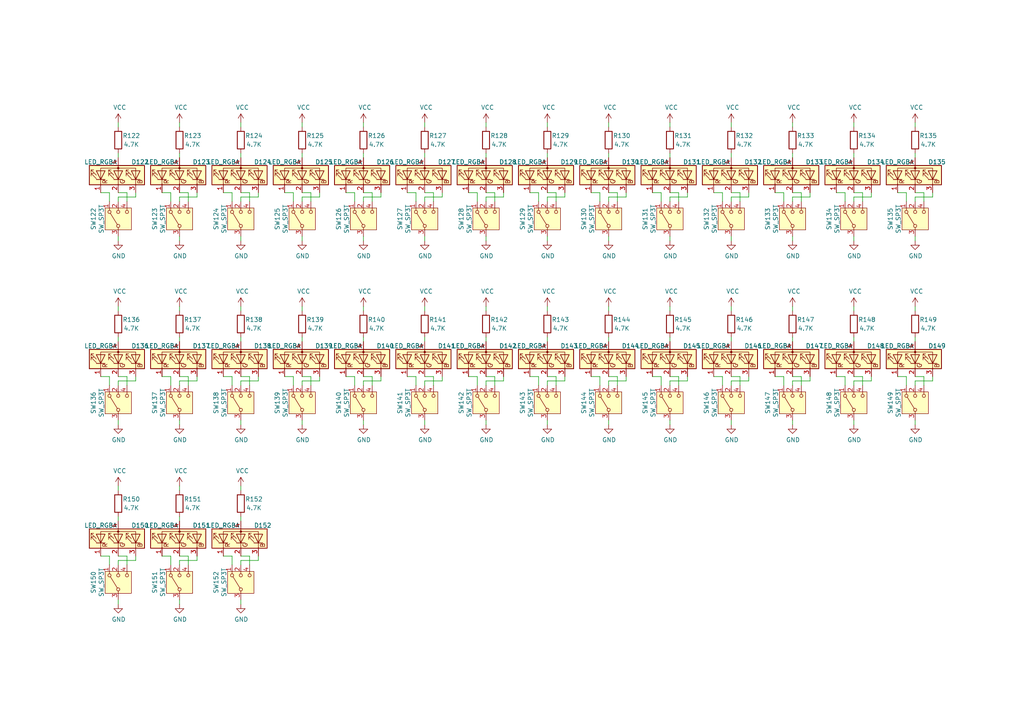
<source format=kicad_sch>
(kicad_sch (version 20231120) (generator "eeschema") (generator_version "8.0")
  (paper "A4")
  (lib_symbols
    (symbol "Device:R" (pin_numbers hide) (pin_names (offset 0))
      (property "Reference" "R" (at 2.032 0 90))
      (property "Value" "R" (at 0 0 90))
      (symbol "R_1_1"
        (pin passive line (at 0 3.81 270) (length 1.27) (name "~") (number "1"))
        (pin passive line (at 0 -3.81 90) (length 1.27) (name "~") (number "2"))
      )
    )
    (symbol "Switch:SW_SP3T" (pin_names (offset 0) hide)
      (property "Reference" "SW" (at 0 5.08 0))
      (property "Value" "SW_SP3T" (at 0 -5.08 0))
      (symbol "SW_SP3T_1_1"
        (pin passive line (at 5.08 2.54 180) (length 2.54) (name "1") (number "1"))
        (pin passive line (at 5.08 0 180) (length 2.54) (name "2") (number "2"))
        (pin passive line (at -5.08 0 0) (length 2.54) (name "3") (number "3"))
        (pin passive line (at 5.08 -2.54 180) (length 2.54) (name "4") (number "4"))
      )
    )
    (symbol "led_rgba:LED_RGBA" (pin_names (offset 0) hide)
      (property "Reference" "D" (at 0 9.398 0))
      (property "Value" "LED_RGBA" (at 0 -8.89 0))
      (symbol "LED_RGBA_0_0"
        (text "B" (at -1.905 -6.35 0) (effects (font (size 1.27 1.27))))
        (text "G" (at -1.905 -1.27 0) (effects (font (size 1.27 1.27))))
        (text "R" (at -1.905 3.81 0) (effects (font (size 1.27 1.27))))
      )
      (symbol "LED_RGBA_1_1"
        (pin passive line (at -5.08 5.08 0) (length 2.54) (name "RK") (number "1"))
        (pin passive line (at -5.08 0 0) (length 2.54) (name "GK") (number "2"))
        (pin passive line (at -5.08 -5.08 0) (length 2.54) (name "BK") (number "3"))
        (pin passive line (at 5.08 0 180) (length 2.54) (name "A") (number "4"))
      )
    )
    (symbol "motivational board-rescue:GND-power" (power) (pin_names (offset 0))
      (property "Value" "power_GND" (at 0 -3.81 0))
      (symbol "GND-power_1_1"
        (pin power_in line (at 0 0 270) (length 0) hide (name "GND") (number "1"))
      )
    )
    (symbol "motivational board-rescue:VCC-power" (power) (pin_names (offset 0))
      (property "Value" "power_VCC" (at 0 3.81 0))
      (symbol "VCC-power_1_1"
        (pin power_in line (at 0 0 90) (length 0) hide (name "VCC") (number "1"))
      )
    )
  )
  (wire (pts (xy 125.73 109.22) (xy 123.19 109.22)))
  (wire (pts (xy 52.07 110.49) (xy 57.15 110.49)))
  (wire (pts (xy 212.09 35.56) (xy 212.09 36.83)))
  (wire (pts (xy 140.97 58.42) (xy 140.97 57.15)))
  (wire (pts (xy 138.43 55.88) (xy 138.43 58.42)))
  (wire (pts (xy 140.97 57.15) (xy 146.05 57.15)))
  (wire (pts (xy 135.89 55.88) (xy 138.43 55.88)))
  (wire (pts (xy 39.37 162.56) (xy 39.37 161.29)))
  (wire (pts (xy 123.19 110.49) (xy 128.27 110.49)))
  (wire (pts (xy 135.89 109.22) (xy 138.43 109.22)))
  (wire (pts (xy 107.95 55.88) (xy 105.41 55.88)))
  (wire (pts (xy 229.87 57.15) (xy 234.95 57.15)))
  (wire (pts (xy 52.07 151.13) (xy 52.07 149.86)))
  (wire (pts (xy 102.87 55.88) (xy 102.87 58.42)))
  (wire (pts (xy 194.31 99.06) (xy 194.31 97.79)))
  (wire (pts (xy 265.43 57.15) (xy 270.51 57.15)))
  (wire (pts (xy 69.85 58.42) (xy 69.85 57.15)))
  (wire (pts (xy 52.07 45.72) (xy 52.07 44.45)))
  (wire (pts (xy 171.45 55.88) (xy 173.99 55.88)))
  (wire (pts (xy 52.07 57.15) (xy 57.15 57.15)))
  (wire (pts (xy 191.77 55.88) (xy 191.77 58.42)))
  (wire (pts (xy 52.07 99.06) (xy 52.07 97.79)))
  (wire (pts (xy 229.87 68.58) (xy 229.87 69.85)))
  (wire (pts (xy 212.09 99.06) (xy 212.09 97.79)))
  (wire (pts (xy 52.07 173.99) (xy 52.07 175.26)))
  (wire (pts (xy 67.31 55.88) (xy 67.31 58.42)))
  (wire (pts (xy 196.85 111.76) (xy 196.85 109.22)))
  (wire (pts (xy 158.75 58.42) (xy 158.75 57.15)))
  (wire (pts (xy 74.93 57.15) (xy 74.93 55.88)))
  (wire (pts (xy 207.01 109.22) (xy 209.55 109.22)))
  (wire (pts (xy 229.87 110.49) (xy 234.95 110.49)))
  (wire (pts (xy 189.23 55.88) (xy 191.77 55.88)))
  (wire (pts (xy 118.11 109.22) (xy 120.65 109.22)))
  (wire (pts (xy 105.41 45.72) (xy 105.41 44.45)))
  (wire (pts (xy 140.97 121.92) (xy 140.97 123.19)))
  (wire (pts (xy 161.29 58.42) (xy 161.29 55.88)))
  (wire (pts (xy 36.83 161.29) (xy 34.29 161.29)))
  (wire (pts (xy 214.63 111.76) (xy 214.63 109.22)))
  (wire (pts (xy 196.85 109.22) (xy 194.31 109.22)))
  (wire (pts (xy 100.33 109.22) (xy 102.87 109.22)))
  (wire (pts (xy 64.77 161.29) (xy 67.31 161.29)))
  (wire (pts (xy 87.63 88.9) (xy 87.63 90.17)))
  (wire (pts (xy 46.99 161.29) (xy 49.53 161.29)))
  (wire (pts (xy 196.85 55.88) (xy 194.31 55.88)))
  (wire (pts (xy 105.41 35.56) (xy 105.41 36.83)))
  (wire (pts (xy 194.31 68.58) (xy 194.31 69.85)))
  (wire (pts (xy 54.61 58.42) (xy 54.61 55.88)))
  (wire (pts (xy 247.65 45.72) (xy 247.65 44.45)))
  (wire (pts (xy 194.31 110.49) (xy 199.39 110.49)))
  (wire (pts (xy 82.55 55.88) (xy 85.09 55.88)))
  (wire (pts (xy 199.39 57.15) (xy 199.39 55.88)))
  (wire (pts (xy 229.87 111.76) (xy 229.87 110.49)))
  (wire (pts (xy 85.09 109.22) (xy 85.09 111.76)))
  (wire (pts (xy 161.29 55.88) (xy 158.75 55.88)))
  (wire (pts (xy 194.31 111.76) (xy 194.31 110.49)))
  (wire (pts (xy 34.29 163.83) (xy 34.29 162.56)))
  (wire (pts (xy 176.53 58.42) (xy 176.53 57.15)))
  (wire (pts (xy 194.31 88.9) (xy 194.31 90.17)))
  (wire (pts (xy 90.17 111.76) (xy 90.17 109.22)))
  (wire (pts (xy 123.19 121.92) (xy 123.19 123.19)))
  (wire (pts (xy 123.19 45.72) (xy 123.19 44.45)))
  (wire (pts (xy 74.93 110.49) (xy 74.93 109.22)))
  (wire (pts (xy 69.85 121.92) (xy 69.85 123.19)))
  (wire (pts (xy 224.79 55.88) (xy 227.33 55.88)))
  (wire (pts (xy 69.85 88.9) (xy 69.85 90.17)))
  (wire (pts (xy 123.19 99.06) (xy 123.19 97.79)))
  (wire (pts (xy 36.83 58.42) (xy 36.83 55.88)))
  (wire (pts (xy 69.85 57.15) (xy 74.93 57.15)))
  (wire (pts (xy 138.43 109.22) (xy 138.43 111.76)))
  (wire (pts (xy 39.37 110.49) (xy 39.37 109.22)))
  (wire (pts (xy 52.07 35.56) (xy 52.07 36.83)))
  (wire (pts (xy 105.41 121.92) (xy 105.41 123.19)))
  (wire (pts (xy 262.89 109.22) (xy 262.89 111.76)))
  (wire (pts (xy 207.01 55.88) (xy 209.55 55.88)))
  (wire (pts (xy 140.97 110.49) (xy 146.05 110.49)))
  (wire (pts (xy 82.55 109.22) (xy 85.09 109.22)))
  (wire (pts (xy 105.41 68.58) (xy 105.41 69.85)))
  (wire (pts (xy 49.53 55.88) (xy 49.53 58.42)))
  (wire (pts (xy 105.41 99.06) (xy 105.41 97.79)))
  (wire (pts (xy 158.75 57.15) (xy 163.83 57.15)))
  (wire (pts (xy 123.19 35.56) (xy 123.19 36.83)))
  (wire (pts (xy 146.05 57.15) (xy 146.05 55.88)))
  (wire (pts (xy 118.11 55.88) (xy 120.65 55.88)))
  (wire (pts (xy 176.53 99.06) (xy 176.53 97.79)))
  (wire (pts (xy 247.65 111.76) (xy 247.65 110.49)))
  (wire (pts (xy 143.51 58.42) (xy 143.51 55.88)))
  (wire (pts (xy 250.19 55.88) (xy 247.65 55.88)))
  (wire (pts (xy 52.07 58.42) (xy 52.07 57.15)))
  (wire (pts (xy 194.31 45.72) (xy 194.31 44.45)))
  (wire (pts (xy 140.97 35.56) (xy 140.97 36.83)))
  (wire (pts (xy 158.75 110.49) (xy 163.83 110.49)))
  (wire (pts (xy 252.73 57.15) (xy 252.73 55.88)))
  (wire (pts (xy 120.65 55.88) (xy 120.65 58.42)))
  (wire (pts (xy 29.21 109.22) (xy 31.75 109.22)))
  (wire (pts (xy 212.09 45.72) (xy 212.09 44.45)))
  (wire (pts (xy 90.17 55.88) (xy 87.63 55.88)))
  (wire (pts (xy 143.51 109.22) (xy 140.97 109.22)))
  (wire (pts (xy 140.97 99.06) (xy 140.97 97.79)))
  (wire (pts (xy 102.87 109.22) (xy 102.87 111.76)))
  (wire (pts (xy 173.99 109.22) (xy 173.99 111.76)))
  (wire (pts (xy 72.39 109.22) (xy 69.85 109.22)))
  (wire (pts (xy 72.39 111.76) (xy 72.39 109.22)))
  (wire (pts (xy 125.73 58.42) (xy 125.73 55.88)))
  (wire (pts (xy 181.61 57.15) (xy 181.61 55.88)))
  (wire (pts (xy 265.43 111.76) (xy 265.43 110.49)))
  (wire (pts (xy 224.79 109.22) (xy 227.33 109.22)))
  (wire (pts (xy 158.75 99.06) (xy 158.75 97.79)))
  (wire (pts (xy 105.41 88.9) (xy 105.41 90.17)))
  (wire (pts (xy 34.29 111.76) (xy 34.29 110.49)))
  (wire (pts (xy 67.31 161.29) (xy 67.31 163.83)))
  (wire (pts (xy 100.33 55.88) (xy 102.87 55.88)))
  (wire (pts (xy 57.15 110.49) (xy 57.15 109.22)))
  (wire (pts (xy 265.43 88.9) (xy 265.43 90.17)))
  (wire (pts (xy 158.75 68.58) (xy 158.75 69.85)))
  (wire (pts (xy 34.29 99.06) (xy 34.29 97.79)))
  (wire (pts (xy 229.87 88.9) (xy 229.87 90.17)))
  (wire (pts (xy 110.49 57.15) (xy 110.49 55.88)))
  (wire (pts (xy 69.85 140.97) (xy 69.85 142.24)))
  (wire (pts (xy 39.37 57.15) (xy 39.37 55.88)))
  (wire (pts (xy 270.51 57.15) (xy 270.51 55.88)))
  (wire (pts (xy 34.29 140.97) (xy 34.29 142.24)))
  (wire (pts (xy 260.35 109.22) (xy 262.89 109.22)))
  (wire (pts (xy 69.85 173.99) (xy 69.85 175.26)))
  (wire (pts (xy 227.33 55.88) (xy 227.33 58.42)))
  (wire (pts (xy 265.43 121.92) (xy 265.43 123.19)))
  (wire (pts (xy 212.09 111.76) (xy 212.09 110.49)))
  (wire (pts (xy 247.65 68.58) (xy 247.65 69.85)))
  (wire (pts (xy 54.61 55.88) (xy 52.07 55.88)))
  (wire (pts (xy 57.15 162.56) (xy 57.15 161.29)))
  (wire (pts (xy 74.93 162.56) (xy 74.93 161.29)))
  (wire (pts (xy 212.09 88.9) (xy 212.09 90.17)))
  (wire (pts (xy 85.09 55.88) (xy 85.09 58.42)))
  (wire (pts (xy 31.75 109.22) (xy 31.75 111.76)))
  (wire (pts (xy 161.29 109.22) (xy 158.75 109.22)))
  (wire (pts (xy 146.05 110.49) (xy 146.05 109.22)))
  (wire (pts (xy 247.65 99.06) (xy 247.65 97.79)))
  (wire (pts (xy 234.95 57.15) (xy 234.95 55.88)))
  (wire (pts (xy 212.09 121.92) (xy 212.09 123.19)))
  (wire (pts (xy 72.39 161.29) (xy 69.85 161.29)))
  (wire (pts (xy 209.55 55.88) (xy 209.55 58.42)))
  (wire (pts (xy 158.75 88.9) (xy 158.75 90.17)))
  (wire (pts (xy 250.19 109.22) (xy 247.65 109.22)))
  (wire (pts (xy 234.95 110.49) (xy 234.95 109.22)))
  (wire (pts (xy 227.33 109.22) (xy 227.33 111.76)))
  (wire (pts (xy 179.07 111.76) (xy 179.07 109.22)))
  (wire (pts (xy 34.29 45.72) (xy 34.29 44.45)))
  (wire (pts (xy 52.07 121.92) (xy 52.07 123.19)))
  (wire (pts (xy 232.41 109.22) (xy 229.87 109.22)))
  (wire (pts (xy 125.73 111.76) (xy 125.73 109.22)))
  (wire (pts (xy 270.51 110.49) (xy 270.51 109.22)))
  (wire (pts (xy 232.41 58.42) (xy 232.41 55.88)))
  (wire (pts (xy 34.29 35.56) (xy 34.29 36.83)))
  (wire (pts (xy 247.65 110.49) (xy 252.73 110.49)))
  (wire (pts (xy 171.45 109.22) (xy 173.99 109.22)))
  (wire (pts (xy 214.63 109.22) (xy 212.09 109.22)))
  (wire (pts (xy 128.27 110.49) (xy 128.27 109.22)))
  (wire (pts (xy 140.97 88.9) (xy 140.97 90.17)))
  (wire (pts (xy 156.21 55.88) (xy 156.21 58.42)))
  (wire (pts (xy 34.29 162.56) (xy 39.37 162.56)))
  (wire (pts (xy 87.63 121.92) (xy 87.63 123.19)))
  (wire (pts (xy 49.53 161.29) (xy 49.53 163.83)))
  (wire (pts (xy 194.31 35.56) (xy 194.31 36.83)))
  (wire (pts (xy 29.21 161.29) (xy 31.75 161.29)))
  (wire (pts (xy 87.63 58.42) (xy 87.63 57.15)))
  (wire (pts (xy 123.19 57.15) (xy 128.27 57.15)))
  (wire (pts (xy 176.53 121.92) (xy 176.53 123.19)))
  (wire (pts (xy 179.07 109.22) (xy 176.53 109.22)))
  (wire (pts (xy 123.19 58.42) (xy 123.19 57.15)))
  (wire (pts (xy 265.43 58.42) (xy 265.43 57.15)))
  (wire (pts (xy 194.31 58.42) (xy 194.31 57.15)))
  (wire (pts (xy 267.97 111.76) (xy 267.97 109.22)))
  (wire (pts (xy 49.53 109.22) (xy 49.53 111.76)))
  (wire (pts (xy 217.17 57.15) (xy 217.17 55.88)))
  (wire (pts (xy 69.85 45.72) (xy 69.85 44.45)))
  (wire (pts (xy 69.85 99.06) (xy 69.85 97.79)))
  (wire (pts (xy 36.83 163.83) (xy 36.83 161.29)))
  (wire (pts (xy 34.29 121.92) (xy 34.29 123.19)))
  (wire (pts (xy 265.43 35.56) (xy 265.43 36.83)))
  (wire (pts (xy 54.61 111.76) (xy 54.61 109.22)))
  (wire (pts (xy 36.83 109.22) (xy 34.29 109.22)))
  (wire (pts (xy 105.41 110.49) (xy 110.49 110.49)))
  (wire (pts (xy 247.65 35.56) (xy 247.65 36.83)))
  (wire (pts (xy 163.83 57.15) (xy 163.83 55.88)))
  (wire (pts (xy 265.43 99.06) (xy 265.43 97.79)))
  (wire (pts (xy 267.97 109.22) (xy 265.43 109.22)))
  (wire (pts (xy 105.41 58.42) (xy 105.41 57.15)))
  (wire (pts (xy 176.53 35.56) (xy 176.53 36.83)))
  (wire (pts (xy 194.31 121.92) (xy 194.31 123.19)))
  (wire (pts (xy 46.99 109.22) (xy 49.53 109.22)))
  (wire (pts (xy 69.85 163.83) (xy 69.85 162.56)))
  (wire (pts (xy 173.99 55.88) (xy 173.99 58.42)))
  (wire (pts (xy 212.09 110.49) (xy 217.17 110.49)))
  (wire (pts (xy 229.87 35.56) (xy 229.87 36.83)))
  (wire (pts (xy 72.39 55.88) (xy 69.85 55.88)))
  (wire (pts (xy 31.75 161.29) (xy 31.75 163.83)))
  (wire (pts (xy 214.63 55.88) (xy 212.09 55.88)))
  (wire (pts (xy 54.61 161.29) (xy 52.07 161.29)))
  (wire (pts (xy 189.23 109.22) (xy 191.77 109.22)))
  (wire (pts (xy 52.07 140.97) (xy 52.07 142.24)))
  (wire (pts (xy 179.07 58.42) (xy 179.07 55.88)))
  (wire (pts (xy 158.75 35.56) (xy 158.75 36.83)))
  (wire (pts (xy 260.35 55.88) (xy 262.89 55.88)))
  (wire (pts (xy 176.53 88.9) (xy 176.53 90.17)))
  (wire (pts (xy 52.07 163.83) (xy 52.07 162.56)))
  (wire (pts (xy 69.85 68.58) (xy 69.85 69.85)))
  (wire (pts (xy 107.95 111.76) (xy 107.95 109.22)))
  (wire (pts (xy 36.83 55.88) (xy 34.29 55.88)))
  (wire (pts (xy 232.41 111.76) (xy 232.41 109.22)))
  (wire (pts (xy 212.09 58.42) (xy 212.09 57.15)))
  (wire (pts (xy 64.77 109.22) (xy 67.31 109.22)))
  (wire (pts (xy 69.85 162.56) (xy 74.93 162.56)))
  (wire (pts (xy 123.19 68.58) (xy 123.19 69.85)))
  (wire (pts (xy 92.71 110.49) (xy 92.71 109.22)))
  (wire (pts (xy 247.65 58.42) (xy 247.65 57.15)))
  (wire (pts (xy 158.75 121.92) (xy 158.75 123.19)))
  (wire (pts (xy 265.43 45.72) (xy 265.43 44.45)))
  (wire (pts (xy 72.39 58.42) (xy 72.39 55.88)))
  (wire (pts (xy 176.53 57.15) (xy 181.61 57.15)))
  (wire (pts (xy 120.65 109.22) (xy 120.65 111.76)))
  (wire (pts (xy 250.19 111.76) (xy 250.19 109.22)))
  (wire (pts (xy 153.67 55.88) (xy 156.21 55.88)))
  (wire (pts (xy 194.31 57.15) (xy 199.39 57.15)))
  (wire (pts (xy 107.95 109.22) (xy 105.41 109.22)))
  (wire (pts (xy 242.57 109.22) (xy 245.11 109.22)))
  (wire (pts (xy 140.97 111.76) (xy 140.97 110.49)))
  (wire (pts (xy 52.07 162.56) (xy 57.15 162.56)))
  (wire (pts (xy 143.51 111.76) (xy 143.51 109.22)))
  (wire (pts (xy 176.53 68.58) (xy 176.53 69.85)))
  (wire (pts (xy 245.11 55.88) (xy 245.11 58.42)))
  (wire (pts (xy 217.17 110.49) (xy 217.17 109.22)))
  (wire (pts (xy 229.87 45.72) (xy 229.87 44.45)))
  (wire (pts (xy 29.21 55.88) (xy 31.75 55.88)))
  (wire (pts (xy 265.43 110.49) (xy 270.51 110.49)))
  (wire (pts (xy 105.41 57.15) (xy 110.49 57.15)))
  (wire (pts (xy 153.67 109.22) (xy 156.21 109.22)))
  (wire (pts (xy 143.51 55.88) (xy 140.97 55.88)))
  (wire (pts (xy 123.19 88.9) (xy 123.19 90.17)))
  (wire (pts (xy 52.07 88.9) (xy 52.07 90.17)))
  (wire (pts (xy 123.19 111.76) (xy 123.19 110.49)))
  (wire (pts (xy 247.65 88.9) (xy 247.65 90.17)))
  (wire (pts (xy 209.55 109.22) (xy 209.55 111.76)))
  (wire (pts (xy 229.87 58.42) (xy 229.87 57.15)))
  (wire (pts (xy 232.41 55.88) (xy 229.87 55.88)))
  (wire (pts (xy 92.71 57.15) (xy 92.71 55.88)))
  (wire (pts (xy 176.53 45.72) (xy 176.53 44.45)))
  (wire (pts (xy 34.29 88.9) (xy 34.29 90.17)))
  (wire (pts (xy 87.63 68.58) (xy 87.63 69.85)))
  (wire (pts (xy 158.75 111.76) (xy 158.75 110.49)))
  (wire (pts (xy 179.07 55.88) (xy 176.53 55.88)))
  (wire (pts (xy 247.65 57.15) (xy 252.73 57.15)))
  (wire (pts (xy 199.39 110.49) (xy 199.39 109.22)))
  (wire (pts (xy 90.17 58.42) (xy 90.17 55.88)))
  (wire (pts (xy 87.63 111.76) (xy 87.63 110.49)))
  (wire (pts (xy 69.85 35.56) (xy 69.85 36.83)))
  (wire (pts (xy 34.29 58.42) (xy 34.29 57.15)))
  (wire (pts (xy 161.29 111.76) (xy 161.29 109.22)))
  (wire (pts (xy 69.85 111.76) (xy 69.85 110.49)))
  (wire (pts (xy 34.29 110.49) (xy 39.37 110.49)))
  (wire (pts (xy 140.97 68.58) (xy 140.97 69.85)))
  (wire (pts (xy 191.77 109.22) (xy 191.77 111.76)))
  (wire (pts (xy 34.29 57.15) (xy 39.37 57.15)))
  (wire (pts (xy 212.09 57.15) (xy 217.17 57.15)))
  (wire (pts (xy 267.97 58.42) (xy 267.97 55.88)))
  (wire (pts (xy 158.75 45.72) (xy 158.75 44.45)))
  (wire (pts (xy 31.75 55.88) (xy 31.75 58.42)))
  (wire (pts (xy 212.09 68.58) (xy 212.09 69.85)))
  (wire (pts (xy 72.39 163.83) (xy 72.39 161.29)))
  (wire (pts (xy 110.49 110.49) (xy 110.49 109.22)))
  (wire (pts (xy 34.29 68.58) (xy 34.29 69.85)))
  (wire (pts (xy 214.63 58.42) (xy 214.63 55.88)))
  (wire (pts (xy 250.19 58.42) (xy 250.19 55.88)))
  (wire (pts (xy 176.53 111.76) (xy 176.53 110.49)))
  (wire (pts (xy 128.27 57.15) (xy 128.27 55.88)))
  (wire (pts (xy 229.87 99.06) (xy 229.87 97.79)))
  (wire (pts (xy 52.07 111.76) (xy 52.07 110.49)))
  (wire (pts (xy 229.87 121.92) (xy 229.87 123.19)))
  (wire (pts (xy 69.85 110.49) (xy 74.93 110.49)))
  (wire (pts (xy 57.15 57.15) (xy 57.15 55.88)))
  (wire (pts (xy 36.83 111.76) (xy 36.83 109.22)))
  (wire (pts (xy 196.85 58.42) (xy 196.85 55.88)))
  (wire (pts (xy 46.99 55.88) (xy 49.53 55.88)))
  (wire (pts (xy 90.17 109.22) (xy 87.63 109.22)))
  (wire (pts (xy 87.63 99.06) (xy 87.63 97.79)))
  (wire (pts (xy 34.29 173.99) (xy 34.29 175.26)))
  (wire (pts (xy 181.61 110.49) (xy 181.61 109.22)))
  (wire (pts (xy 265.43 68.58) (xy 265.43 69.85)))
  (wire (pts (xy 105.41 111.76) (xy 105.41 110.49)))
  (wire (pts (xy 242.57 55.88) (xy 245.11 55.88)))
  (wire (pts (xy 245.11 109.22) (xy 245.11 111.76)))
  (wire (pts (xy 64.77 55.88) (xy 67.31 55.88)))
  (wire (pts (xy 69.85 151.13) (xy 69.85 149.86)))
  (wire (pts (xy 163.83 110.49) (xy 163.83 109.22)))
  (wire (pts (xy 262.89 55.88) (xy 262.89 58.42)))
  (wire (pts (xy 156.21 109.22) (xy 156.21 111.76)))
  (wire (pts (xy 52.07 68.58) (xy 52.07 69.85)))
  (wire (pts (xy 34.29 151.13) (xy 34.29 149.86)))
  (wire (pts (xy 87.63 45.72) (xy 87.63 44.45)))
  (wire (pts (xy 107.95 58.42) (xy 107.95 55.88)))
  (wire (pts (xy 267.97 55.88) (xy 265.43 55.88)))
  (wire (pts (xy 140.97 45.72) (xy 140.97 44.45)))
  (wire (pts (xy 87.63 110.49) (xy 92.71 110.49)))
  (wire (pts (xy 247.65 121.92) (xy 247.65 123.19)))
  (wire (pts (xy 125.73 55.88) (xy 123.19 55.88)))
  (wire (pts (xy 87.63 35.56) (xy 87.63 36.83)))
  (wire (pts (xy 252.73 110.49) (xy 252.73 109.22)))
  (wire (pts (xy 67.31 109.22) (xy 67.31 111.76)))
  (wire (pts (xy 87.63 57.15) (xy 92.71 57.15)))
  (wire (pts (xy 176.53 110.49) (xy 181.61 110.49)))
  (wire (pts (xy 54.61 109.22) (xy 52.07 109.22)))
  (wire (pts (xy 54.61 163.83) (xy 54.61 161.29)))
  (symbol (lib_id "Switch:SW_SP3T") (at 52.07 63.5 90) (unit 1)
    (property "Reference" "SW123" (at 44.8818 63.5 0))
    (property "Value" "SW_SP3T" (at 47.1932 63.5 0))
    (property "Footprint" "Button_Switch_THT-extra:SS13D07G4" (effects (hide yes)))
  )
  (symbol (lib_id "motivational board-rescue:GND-power") (at 265.43 69.85 0) (unit 1)
    (property "Reference" "#PWR0272" (effects (hide yes)))
    (property "Value" "GND" (at 265.557 74.2442 0))
  )
  (symbol (lib_id "Device:R") (at 69.85 93.98 0) (unit 1)
    (property "Reference" "R138" (at 73.66 92.71 0))
    (property "Value" "4.7K" (at 73.66 95.25 0))
    (property "Footprint" "Resistors_SMD:R_0805_HandSoldering" (effects (hide yes)))
  )
  (symbol (lib_id "motivational board-rescue:GND-power") (at 87.63 123.19 0) (unit 1)
    (property "Reference" "#PWR0290" (effects (hide yes)))
    (property "Value" "GND" (at 87.757 127.5842 0))
  )
  (symbol (lib_id "Switch:SW_SP3T") (at 105.41 116.84 90) (unit 1)
    (property "Reference" "SW140" (at 98.2218 116.84 0))
    (property "Value" "SW_SP3T" (at 100.5332 116.84 0))
    (property "Footprint" "Button_Switch_THT-extra:SS13D07G4" (effects (hide yes)))
  )
  (symbol (lib_id "led_rgba:LED_RGBA") (at 140.97 104.14 90) (unit 1)
    (property "Reference" "D142" (at 147.32 100.33 90))
    (property "Value" "LED_RGBA" (at 135.89 100.33 90))
    (property "Footprint" "LED_SMD-extra:LED_RGB_3528" (effects (hide yes)))
  )
  (symbol (lib_id "motivational board-rescue:VCC-power") (at 140.97 88.9 0) (unit 1)
    (property "Reference" "#PWR0279" (effects (hide yes)))
    (property "Value" "VCC" (at 141.4018 84.5058 0))
  )
  (symbol (lib_id "motivational board-rescue:GND-power") (at 247.65 123.19 0) (unit 1)
    (property "Reference" "#PWR0299" (effects (hide yes)))
    (property "Value" "GND" (at 247.777 127.5842 0))
  )
  (symbol (lib_id "Switch:SW_SP3T") (at 34.29 168.91 90) (unit 1)
    (property "Reference" "SW150" (at 27.1018 168.91 0))
    (property "Value" "SW_SP3T" (at 29.4132 168.91 0))
    (property "Footprint" "Button_Switch_THT-extra:SS13D07G4" (effects (hide yes)))
  )
  (symbol (lib_id "Device:R") (at 34.29 146.05 0) (unit 1)
    (property "Reference" "R150" (at 38.1 144.78 0))
    (property "Value" "4.7K" (at 38.1 147.32 0))
    (property "Footprint" "Resistors_SMD:R_0805_HandSoldering" (effects (hide yes)))
  )
  (symbol (lib_id "Switch:SW_SP3T") (at 34.29 63.5 90) (unit 1)
    (property "Reference" "SW122" (at 27.1018 63.5 0))
    (property "Value" "SW_SP3T" (at 29.4132 63.5 0))
    (property "Footprint" "Button_Switch_THT-extra:SS13D07G4" (effects (hide yes)))
  )
  (symbol (lib_id "led_rgba:LED_RGBA") (at 34.29 50.8 90) (unit 1)
    (property "Reference" "D122" (at 40.64 46.99 90))
    (property "Value" "LED_RGBA" (at 29.21 46.99 90))
    (property "Footprint" "LED_SMD-extra:LED_RGB_3528" (effects (hide yes)))
  )
  (symbol (lib_id "Device:R") (at 34.29 40.64 0) (unit 1)
    (property "Reference" "R122" (at 38.1 39.37 0))
    (property "Value" "4.7K" (at 38.1 41.91 0))
    (property "Footprint" "Resistors_SMD:R_0805_HandSoldering" (effects (hide yes)))
  )
  (symbol (lib_id "motivational board-rescue:VCC-power") (at 34.29 35.56 0) (unit 1)
    (property "Reference" "#PWR0245" (effects (hide yes)))
    (property "Value" "VCC" (at 34.7218 31.1658 0))
  )
  (symbol (lib_id "motivational board-rescue:GND-power") (at 34.29 69.85 0) (unit 1)
    (property "Reference" "#PWR0259" (effects (hide yes)))
    (property "Value" "GND" (at 34.417 74.2442 0))
  )
  (symbol (lib_id "led_rgba:LED_RGBA") (at 52.07 50.8 90) (unit 1)
    (property "Reference" "D123" (at 58.42 46.99 90))
    (property "Value" "LED_RGBA" (at 46.99 46.99 90))
    (property "Footprint" "LED_SMD-extra:LED_RGB_3528" (effects (hide yes)))
  )
  (symbol (lib_id "Device:R") (at 52.07 40.64 0) (unit 1)
    (property "Reference" "R123" (at 55.88 39.37 0))
    (property "Value" "4.7K" (at 55.88 41.91 0))
    (property "Footprint" "Resistors_SMD:R_0805_HandSoldering" (effects (hide yes)))
  )
  (symbol (lib_id "motivational board-rescue:VCC-power") (at 52.07 35.56 0) (unit 1)
    (property "Reference" "#PWR0246" (effects (hide yes)))
    (property "Value" "VCC" (at 52.5018 31.1658 0))
  )
  (symbol (lib_id "motivational board-rescue:GND-power") (at 52.07 69.85 0) (unit 1)
    (property "Reference" "#PWR0260" (effects (hide yes)))
    (property "Value" "GND" (at 52.197 74.2442 0))
  )
  (symbol (lib_id "Switch:SW_SP3T") (at 69.85 63.5 90) (unit 1)
    (property "Reference" "SW124" (at 62.6618 63.5 0))
    (property "Value" "SW_SP3T" (at 64.9732 63.5 0))
    (property "Footprint" "Button_Switch_THT-extra:SS13D07G4" (effects (hide yes)))
  )
  (symbol (lib_id "led_rgba:LED_RGBA") (at 69.85 50.8 90) (unit 1)
    (property "Reference" "D124" (at 76.2 46.99 90))
    (property "Value" "LED_RGBA" (at 64.77 46.99 90))
    (property "Footprint" "LED_SMD-extra:LED_RGB_3528" (effects (hide yes)))
  )
  (symbol (lib_id "Device:R") (at 69.85 40.64 0) (unit 1)
    (property "Reference" "R124" (at 73.66 39.37 0))
    (property "Value" "4.7K" (at 73.66 41.91 0))
    (property "Footprint" "Resistors_SMD:R_0805_HandSoldering" (effects (hide yes)))
  )
  (symbol (lib_id "motivational board-rescue:VCC-power") (at 69.85 35.56 0) (unit 1)
    (property "Reference" "#PWR0247" (effects (hide yes)))
    (property "Value" "VCC" (at 70.2818 31.1658 0))
  )
  (symbol (lib_id "motivational board-rescue:GND-power") (at 69.85 69.85 0) (unit 1)
    (property "Reference" "#PWR0261" (effects (hide yes)))
    (property "Value" "GND" (at 69.977 74.2442 0))
  )
  (symbol (lib_id "Switch:SW_SP3T") (at 87.63 63.5 90) (unit 1)
    (property "Reference" "SW125" (at 80.4418 63.5 0))
    (property "Value" "SW_SP3T" (at 82.7532 63.5 0))
    (property "Footprint" "Button_Switch_THT-extra:SS13D07G4" (effects (hide yes)))
  )
  (symbol (lib_id "led_rgba:LED_RGBA") (at 87.63 50.8 90) (unit 1)
    (property "Reference" "D125" (at 93.98 46.99 90))
    (property "Value" "LED_RGBA" (at 82.55 46.99 90))
    (property "Footprint" "LED_SMD-extra:LED_RGB_3528" (effects (hide yes)))
  )
  (symbol (lib_id "Device:R") (at 87.63 40.64 0) (unit 1)
    (property "Reference" "R125" (at 91.44 39.37 0))
    (property "Value" "4.7K" (at 91.44 41.91 0))
    (property "Footprint" "Resistors_SMD:R_0805_HandSoldering" (effects (hide yes)))
  )
  (symbol (lib_id "motivational board-rescue:VCC-power") (at 87.63 35.56 0) (unit 1)
    (property "Reference" "#PWR0248" (effects (hide yes)))
    (property "Value" "VCC" (at 88.0618 31.1658 0))
  )
  (symbol (lib_id "motivational board-rescue:GND-power") (at 87.63 69.85 0) (unit 1)
    (property "Reference" "#PWR0262" (effects (hide yes)))
    (property "Value" "GND" (at 87.757 74.2442 0))
  )
  (symbol (lib_id "Switch:SW_SP3T") (at 105.41 63.5 90) (unit 1)
    (property "Reference" "SW126" (at 98.2218 63.5 0))
    (property "Value" "SW_SP3T" (at 100.5332 63.5 0))
    (property "Footprint" "Button_Switch_THT-extra:SS13D07G4" (effects (hide yes)))
  )
  (symbol (lib_id "led_rgba:LED_RGBA") (at 105.41 50.8 90) (unit 1)
    (property "Reference" "D126" (at 111.76 46.99 90))
    (property "Value" "LED_RGBA" (at 100.33 46.99 90))
    (property "Footprint" "LED_SMD-extra:LED_RGB_3528" (effects (hide yes)))
  )
  (symbol (lib_id "Device:R") (at 105.41 40.64 0) (unit 1)
    (property "Reference" "R126" (at 109.22 39.37 0))
    (property "Value" "4.7K" (at 109.22 41.91 0))
    (property "Footprint" "Resistors_SMD:R_0805_HandSoldering" (effects (hide yes)))
  )
  (symbol (lib_id "motivational board-rescue:VCC-power") (at 105.41 35.56 0) (unit 1)
    (property "Reference" "#PWR0249" (effects (hide yes)))
    (property "Value" "VCC" (at 105.8418 31.1658 0))
  )
  (symbol (lib_id "motivational board-rescue:GND-power") (at 105.41 69.85 0) (unit 1)
    (property "Reference" "#PWR0263" (effects (hide yes)))
    (property "Value" "GND" (at 105.537 74.2442 0))
  )
  (symbol (lib_id "Switch:SW_SP3T") (at 123.19 63.5 90) (unit 1)
    (property "Reference" "SW127" (at 116.0018 63.5 0))
    (property "Value" "SW_SP3T" (at 118.3132 63.5 0))
    (property "Footprint" "Button_Switch_THT-extra:SS13D07G4" (effects (hide yes)))
  )
  (symbol (lib_id "led_rgba:LED_RGBA") (at 123.19 50.8 90) (unit 1)
    (property "Reference" "D127" (at 129.54 46.99 90))
    (property "Value" "LED_RGBA" (at 118.11 46.99 90))
    (property "Footprint" "LED_SMD-extra:LED_RGB_3528" (effects (hide yes)))
  )
  (symbol (lib_id "Device:R") (at 123.19 40.64 0) (unit 1)
    (property "Reference" "R127" (at 127 39.37 0))
    (property "Value" "4.7K" (at 127 41.91 0))
    (property "Footprint" "Resistors_SMD:R_0805_HandSoldering" (effects (hide yes)))
  )
  (symbol (lib_id "motivational board-rescue:VCC-power") (at 123.19 35.56 0) (unit 1)
    (property "Reference" "#PWR0250" (effects (hide yes)))
    (property "Value" "VCC" (at 123.6218 31.1658 0))
  )
  (symbol (lib_id "motivational board-rescue:GND-power") (at 123.19 69.85 0) (unit 1)
    (property "Reference" "#PWR0264" (effects (hide yes)))
    (property "Value" "GND" (at 123.317 74.2442 0))
  )
  (symbol (lib_id "Switch:SW_SP3T") (at 140.97 63.5 90) (unit 1)
    (property "Reference" "SW128" (at 133.7818 63.5 0))
    (property "Value" "SW_SP3T" (at 136.0932 63.5 0))
    (property "Footprint" "Button_Switch_THT-extra:SS13D07G4" (effects (hide yes)))
  )
  (symbol (lib_id "led_rgba:LED_RGBA") (at 140.97 50.8 90) (unit 1)
    (property "Reference" "D128" (at 147.32 46.99 90))
    (property "Value" "LED_RGBA" (at 135.89 46.99 90))
    (property "Footprint" "LED_SMD-extra:LED_RGB_3528" (effects (hide yes)))
  )
  (symbol (lib_id "Device:R") (at 140.97 40.64 0) (unit 1)
    (property "Reference" "R128" (at 144.78 39.37 0))
    (property "Value" "4.7K" (at 144.78 41.91 0))
    (property "Footprint" "Resistors_SMD:R_0805_HandSoldering" (effects (hide yes)))
  )
  (symbol (lib_id "motivational board-rescue:VCC-power") (at 140.97 35.56 0) (unit 1)
    (property "Reference" "#PWR0251" (effects (hide yes)))
    (property "Value" "VCC" (at 141.4018 31.1658 0))
  )
  (symbol (lib_id "motivational board-rescue:GND-power") (at 140.97 69.85 0) (unit 1)
    (property "Reference" "#PWR0265" (effects (hide yes)))
    (property "Value" "GND" (at 141.097 74.2442 0))
  )
  (symbol (lib_id "Switch:SW_SP3T") (at 158.75 63.5 90) (unit 1)
    (property "Reference" "SW129" (at 151.5618 63.5 0))
    (property "Value" "SW_SP3T" (at 153.8732 63.5 0))
    (property "Footprint" "Button_Switch_THT-extra:SS13D07G4" (effects (hide yes)))
  )
  (symbol (lib_id "led_rgba:LED_RGBA") (at 158.75 50.8 90) (unit 1)
    (property "Reference" "D129" (at 165.1 46.99 90))
    (property "Value" "LED_RGBA" (at 153.67 46.99 90))
    (property "Footprint" "LED_SMD-extra:LED_RGB_3528" (effects (hide yes)))
  )
  (symbol (lib_id "Device:R") (at 158.75 40.64 0) (unit 1)
    (property "Reference" "R129" (at 162.56 39.37 0))
    (property "Value" "4.7K" (at 162.56 41.91 0))
    (property "Footprint" "Resistors_SMD:R_0805_HandSoldering" (effects (hide yes)))
  )
  (symbol (lib_id "motivational board-rescue:VCC-power") (at 158.75 35.56 0) (unit 1)
    (property "Reference" "#PWR0252" (effects (hide yes)))
    (property "Value" "VCC" (at 159.1818 31.1658 0))
  )
  (symbol (lib_id "motivational board-rescue:GND-power") (at 158.75 69.85 0) (unit 1)
    (property "Reference" "#PWR0266" (effects (hide yes)))
    (property "Value" "GND" (at 158.877 74.2442 0))
  )
  (symbol (lib_id "Switch:SW_SP3T") (at 176.53 63.5 90) (unit 1)
    (property "Reference" "SW130" (at 169.3418 63.5 0))
    (property "Value" "SW_SP3T" (at 171.6532 63.5 0))
    (property "Footprint" "Button_Switch_THT-extra:SS13D07G4" (effects (hide yes)))
  )
  (symbol (lib_id "led_rgba:LED_RGBA") (at 176.53 50.8 90) (unit 1)
    (property "Reference" "D130" (at 182.88 46.99 90))
    (property "Value" "LED_RGBA" (at 171.45 46.99 90))
    (property "Footprint" "LED_SMD-extra:LED_RGB_3528" (effects (hide yes)))
  )
  (symbol (lib_id "Device:R") (at 176.53 40.64 0) (unit 1)
    (property "Reference" "R130" (at 180.34 39.37 0))
    (property "Value" "4.7K" (at 180.34 41.91 0))
    (property "Footprint" "Resistors_SMD:R_0805_HandSoldering" (effects (hide yes)))
  )
  (symbol (lib_id "motivational board-rescue:VCC-power") (at 176.53 35.56 0) (unit 1)
    (property "Reference" "#PWR0253" (effects (hide yes)))
    (property "Value" "VCC" (at 176.9618 31.1658 0))
  )
  (symbol (lib_id "motivational board-rescue:GND-power") (at 176.53 69.85 0) (unit 1)
    (property "Reference" "#PWR0267" (effects (hide yes)))
    (property "Value" "GND" (at 176.657 74.2442 0))
  )
  (symbol (lib_id "Switch:SW_SP3T") (at 194.31 63.5 90) (unit 1)
    (property "Reference" "SW131" (at 187.1218 63.5 0))
    (property "Value" "SW_SP3T" (at 189.4332 63.5 0))
    (property "Footprint" "Button_Switch_THT-extra:SS13D07G4" (effects (hide yes)))
  )
  (symbol (lib_id "led_rgba:LED_RGBA") (at 194.31 50.8 90) (unit 1)
    (property "Reference" "D131" (at 200.66 46.99 90))
    (property "Value" "LED_RGBA" (at 189.23 46.99 90))
    (property "Footprint" "LED_SMD-extra:LED_RGB_3528" (effects (hide yes)))
  )
  (symbol (lib_id "Device:R") (at 194.31 40.64 0) (unit 1)
    (property "Reference" "R131" (at 198.12 39.37 0))
    (property "Value" "4.7K" (at 198.12 41.91 0))
    (property "Footprint" "Resistors_SMD:R_0805_HandSoldering" (effects (hide yes)))
  )
  (symbol (lib_id "motivational board-rescue:VCC-power") (at 194.31 35.56 0) (unit 1)
    (property "Reference" "#PWR0254" (effects (hide yes)))
    (property "Value" "VCC" (at 194.7418 31.1658 0))
  )
  (symbol (lib_id "motivational board-rescue:GND-power") (at 194.31 69.85 0) (unit 1)
    (property "Reference" "#PWR0268" (effects (hide yes)))
    (property "Value" "GND" (at 194.437 74.2442 0))
  )
  (symbol (lib_id "Switch:SW_SP3T") (at 212.09 63.5 90) (unit 1)
    (property "Reference" "SW132" (at 204.9018 63.5 0))
    (property "Value" "SW_SP3T" (at 207.2132 63.5 0))
    (property "Footprint" "Button_Switch_THT-extra:SS13D07G4" (effects (hide yes)))
  )
  (symbol (lib_id "led_rgba:LED_RGBA") (at 212.09 50.8 90) (unit 1)
    (property "Reference" "D132" (at 218.44 46.99 90))
    (property "Value" "LED_RGBA" (at 207.01 46.99 90))
    (property "Footprint" "LED_SMD-extra:LED_RGB_3528" (effects (hide yes)))
  )
  (symbol (lib_id "Device:R") (at 212.09 40.64 0) (unit 1)
    (property "Reference" "R132" (at 215.9 39.37 0))
    (property "Value" "4.7K" (at 215.9 41.91 0))
    (property "Footprint" "Resistors_SMD:R_0805_HandSoldering" (effects (hide yes)))
  )
  (symbol (lib_id "motivational board-rescue:VCC-power") (at 212.09 35.56 0) (unit 1)
    (property "Reference" "#PWR0255" (effects (hide yes)))
    (property "Value" "VCC" (at 212.5218 31.1658 0))
  )
  (symbol (lib_id "motivational board-rescue:GND-power") (at 212.09 69.85 0) (unit 1)
    (property "Reference" "#PWR0269" (effects (hide yes)))
    (property "Value" "GND" (at 212.217 74.2442 0))
  )
  (symbol (lib_id "Switch:SW_SP3T") (at 229.87 63.5 90) (unit 1)
    (property "Reference" "SW133" (at 222.6818 63.5 0))
    (property "Value" "SW_SP3T" (at 224.9932 63.5 0))
    (property "Footprint" "Button_Switch_THT-extra:SS13D07G4" (effects (hide yes)))
  )
  (symbol (lib_id "led_rgba:LED_RGBA") (at 229.87 50.8 90) (unit 1)
    (property "Reference" "D133" (at 236.22 46.99 90))
    (property "Value" "LED_RGBA" (at 224.79 46.99 90))
    (property "Footprint" "LED_SMD-extra:LED_RGB_3528" (effects (hide yes)))
  )
  (symbol (lib_id "Device:R") (at 229.87 40.64 0) (unit 1)
    (property "Reference" "R133" (at 233.68 39.37 0))
    (property "Value" "4.7K" (at 233.68 41.91 0))
    (property "Footprint" "Resistors_SMD:R_0805_HandSoldering" (effects (hide yes)))
  )
  (symbol (lib_id "motivational board-rescue:VCC-power") (at 229.87 35.56 0) (unit 1)
    (property "Reference" "#PWR0256" (effects (hide yes)))
    (property "Value" "VCC" (at 230.3018 31.1658 0))
  )
  (symbol (lib_id "motivational board-rescue:GND-power") (at 229.87 69.85 0) (unit 1)
    (property "Reference" "#PWR0270" (effects (hide yes)))
    (property "Value" "GND" (at 229.997 74.2442 0))
  )
  (symbol (lib_id "Switch:SW_SP3T") (at 247.65 63.5 90) (unit 1)
    (property "Reference" "SW134" (at 240.4618 63.5 0))
    (property "Value" "SW_SP3T" (at 242.7732 63.5 0))
    (property "Footprint" "Button_Switch_THT-extra:SS13D07G4" (effects (hide yes)))
  )
  (symbol (lib_id "led_rgba:LED_RGBA") (at 247.65 50.8 90) (unit 1)
    (property "Reference" "D134" (at 254 46.99 90))
    (property "Value" "LED_RGBA" (at 242.57 46.99 90))
    (property "Footprint" "LED_SMD-extra:LED_RGB_3528" (effects (hide yes)))
  )
  (symbol (lib_id "Device:R") (at 247.65 40.64 0) (unit 1)
    (property "Reference" "R134" (at 251.46 39.37 0))
    (property "Value" "4.7K" (at 251.46 41.91 0))
    (property "Footprint" "Resistors_SMD:R_0805_HandSoldering" (effects (hide yes)))
  )
  (symbol (lib_id "motivational board-rescue:VCC-power") (at 247.65 35.56 0) (unit 1)
    (property "Reference" "#PWR0257" (effects (hide yes)))
    (property "Value" "VCC" (at 248.0818 31.1658 0))
  )
  (symbol (lib_id "motivational board-rescue:GND-power") (at 247.65 69.85 0) (unit 1)
    (property "Reference" "#PWR0271" (effects (hide yes)))
    (property "Value" "GND" (at 247.777 74.2442 0))
  )
  (symbol (lib_id "Switch:SW_SP3T") (at 265.43 63.5 90) (unit 1)
    (property "Reference" "SW135" (at 258.2418 63.5 0))
    (property "Value" "SW_SP3T" (at 260.5532 63.5 0))
    (property "Footprint" "Button_Switch_THT-extra:SS13D07G4" (effects (hide yes)))
  )
  (symbol (lib_id "led_rgba:LED_RGBA") (at 265.43 50.8 90) (unit 1)
    (property "Reference" "D135" (at 271.78 46.99 90))
    (property "Value" "LED_RGBA" (at 260.35 46.99 90))
    (property "Footprint" "LED_SMD-extra:LED_RGB_3528" (effects (hide yes)))
  )
  (symbol (lib_id "Device:R") (at 265.43 40.64 0) (unit 1)
    (property "Reference" "R135" (at 269.24 39.37 0))
    (property "Value" "4.7K" (at 269.24 41.91 0))
    (property "Footprint" "Resistors_SMD:R_0805_HandSoldering" (effects (hide yes)))
  )
  (symbol (lib_id "motivational board-rescue:VCC-power") (at 265.43 35.56 0) (unit 1)
    (property "Reference" "#PWR0258" (effects (hide yes)))
    (property "Value" "VCC" (at 265.8618 31.1658 0))
  )
  (symbol (lib_id "Switch:SW_SP3T") (at 34.29 116.84 90) (unit 1)
    (property "Reference" "SW136" (at 27.1018 116.84 0))
    (property "Value" "SW_SP3T" (at 29.4132 116.84 0))
    (property "Footprint" "Button_Switch_THT-extra:SS13D07G4" (effects (hide yes)))
  )
  (symbol (lib_id "led_rgba:LED_RGBA") (at 34.29 104.14 90) (unit 1)
    (property "Reference" "D136" (at 40.64 100.33 90))
    (property "Value" "LED_RGBA" (at 29.21 100.33 90))
    (property "Footprint" "LED_SMD-extra:LED_RGB_3528" (effects (hide yes)))
  )
  (symbol (lib_id "Device:R") (at 34.29 93.98 0) (unit 1)
    (property "Reference" "R136" (at 38.1 92.71 0))
    (property "Value" "4.7K" (at 38.1 95.25 0))
    (property "Footprint" "Resistors_SMD:R_0805_HandSoldering" (effects (hide yes)))
  )
  (symbol (lib_id "motivational board-rescue:VCC-power") (at 34.29 88.9 0) (unit 1)
    (property "Reference" "#PWR0273" (effects (hide yes)))
    (property "Value" "VCC" (at 34.7218 84.5058 0))
  )
  (symbol (lib_id "motivational board-rescue:GND-power") (at 34.29 123.19 0) (unit 1)
    (property "Reference" "#PWR0287" (effects (hide yes)))
    (property "Value" "GND" (at 34.417 127.5842 0))
  )
  (symbol (lib_id "Switch:SW_SP3T") (at 52.07 116.84 90) (unit 1)
    (property "Reference" "SW137" (at 44.8818 116.84 0))
    (property "Value" "SW_SP3T" (at 47.1932 116.84 0))
    (property "Footprint" "Button_Switch_THT-extra:SS13D07G4" (effects (hide yes)))
  )
  (symbol (lib_id "led_rgba:LED_RGBA") (at 52.07 104.14 90) (unit 1)
    (property "Reference" "D137" (at 58.42 100.33 90))
    (property "Value" "LED_RGBA" (at 46.99 100.33 90))
    (property "Footprint" "LED_SMD-extra:LED_RGB_3528" (effects (hide yes)))
  )
  (symbol (lib_id "Device:R") (at 52.07 93.98 0) (unit 1)
    (property "Reference" "R137" (at 55.88 92.71 0))
    (property "Value" "4.7K" (at 55.88 95.25 0))
    (property "Footprint" "Resistors_SMD:R_0805_HandSoldering" (effects (hide yes)))
  )
  (symbol (lib_id "motivational board-rescue:VCC-power") (at 52.07 88.9 0) (unit 1)
    (property "Reference" "#PWR0274" (effects (hide yes)))
    (property "Value" "VCC" (at 52.5018 84.5058 0))
  )
  (symbol (lib_id "motivational board-rescue:GND-power") (at 52.07 123.19 0) (unit 1)
    (property "Reference" "#PWR0288" (effects (hide yes)))
    (property "Value" "GND" (at 52.197 127.5842 0))
  )
  (symbol (lib_id "Switch:SW_SP3T") (at 69.85 116.84 90) (unit 1)
    (property "Reference" "SW138" (at 62.6618 116.84 0))
    (property "Value" "SW_SP3T" (at 64.9732 116.84 0))
    (property "Footprint" "Button_Switch_THT-extra:SS13D07G4" (effects (hide yes)))
  )
  (symbol (lib_id "led_rgba:LED_RGBA") (at 69.85 104.14 90) (unit 1)
    (property "Reference" "D138" (at 76.2 100.33 90))
    (property "Value" "LED_RGBA" (at 64.77 100.33 90))
    (property "Footprint" "LED_SMD-extra:LED_RGB_3528" (effects (hide yes)))
  )
  (symbol (lib_id "motivational board-rescue:VCC-power") (at 69.85 88.9 0) (unit 1)
    (property "Reference" "#PWR0275" (effects (hide yes)))
    (property "Value" "VCC" (at 70.2818 84.5058 0))
  )
  (symbol (lib_id "motivational board-rescue:GND-power") (at 69.85 123.19 0) (unit 1)
    (property "Reference" "#PWR0289" (effects (hide yes)))
    (property "Value" "GND" (at 69.977 127.5842 0))
  )
  (symbol (lib_id "Switch:SW_SP3T") (at 87.63 116.84 90) (unit 1)
    (property "Reference" "SW139" (at 80.4418 116.84 0))
    (property "Value" "SW_SP3T" (at 82.7532 116.84 0))
    (property "Footprint" "Button_Switch_THT-extra:SS13D07G4" (effects (hide yes)))
  )
  (symbol (lib_id "led_rgba:LED_RGBA") (at 87.63 104.14 90) (unit 1)
    (property "Reference" "D139" (at 93.98 100.33 90))
    (property "Value" "LED_RGBA" (at 82.55 100.33 90))
    (property "Footprint" "LED_SMD-extra:LED_RGB_3528" (effects (hide yes)))
  )
  (symbol (lib_id "Device:R") (at 87.63 93.98 0) (unit 1)
    (property "Reference" "R139" (at 91.44 92.71 0))
    (property "Value" "4.7K" (at 91.44 95.25 0))
    (property "Footprint" "Resistors_SMD:R_0805_HandSoldering" (effects (hide yes)))
  )
  (symbol (lib_id "motivational board-rescue:VCC-power") (at 87.63 88.9 0) (unit 1)
    (property "Reference" "#PWR0276" (effects (hide yes)))
    (property "Value" "VCC" (at 88.0618 84.5058 0))
  )
  (symbol (lib_id "led_rgba:LED_RGBA") (at 105.41 104.14 90) (unit 1)
    (property "Reference" "D140" (at 111.76 100.33 90))
    (property "Value" "LED_RGBA" (at 100.33 100.33 90))
    (property "Footprint" "LED_SMD-extra:LED_RGB_3528" (effects (hide yes)))
  )
  (symbol (lib_id "Device:R") (at 105.41 93.98 0) (unit 1)
    (property "Reference" "R140" (at 109.22 92.71 0))
    (property "Value" "4.7K" (at 109.22 95.25 0))
    (property "Footprint" "Resistors_SMD:R_0805_HandSoldering" (effects (hide yes)))
  )
  (symbol (lib_id "motivational board-rescue:VCC-power") (at 105.41 88.9 0) (unit 1)
    (property "Reference" "#PWR0277" (effects (hide yes)))
    (property "Value" "VCC" (at 105.8418 84.5058 0))
  )
  (symbol (lib_id "motivational board-rescue:GND-power") (at 105.41 123.19 0) (unit 1)
    (property "Reference" "#PWR0291" (effects (hide yes)))
    (property "Value" "GND" (at 105.537 127.5842 0))
  )
  (symbol (lib_id "Switch:SW_SP3T") (at 123.19 116.84 90) (unit 1)
    (property "Reference" "SW141" (at 116.0018 116.84 0))
    (property "Value" "SW_SP3T" (at 118.3132 116.84 0))
    (property "Footprint" "Button_Switch_THT-extra:SS13D07G4" (effects (hide yes)))
  )
  (symbol (lib_id "led_rgba:LED_RGBA") (at 123.19 104.14 90) (unit 1)
    (property "Reference" "D141" (at 129.54 100.33 90))
    (property "Value" "LED_RGBA" (at 118.11 100.33 90))
    (property "Footprint" "LED_SMD-extra:LED_RGB_3528" (effects (hide yes)))
  )
  (symbol (lib_id "Device:R") (at 123.19 93.98 0) (unit 1)
    (property "Reference" "R141" (at 127 92.71 0))
    (property "Value" "4.7K" (at 127 95.25 0))
    (property "Footprint" "Resistors_SMD:R_0805_HandSoldering" (effects (hide yes)))
  )
  (symbol (lib_id "motivational board-rescue:VCC-power") (at 123.19 88.9 0) (unit 1)
    (property "Reference" "#PWR0278" (effects (hide yes)))
    (property "Value" "VCC" (at 123.6218 84.5058 0))
  )
  (symbol (lib_id "motivational board-rescue:GND-power") (at 123.19 123.19 0) (unit 1)
    (property "Reference" "#PWR0292" (effects (hide yes)))
    (property "Value" "GND" (at 123.317 127.5842 0))
  )
  (symbol (lib_id "Switch:SW_SP3T") (at 140.97 116.84 90) (unit 1)
    (property "Reference" "SW142" (at 133.7818 116.84 0))
    (property "Value" "SW_SP3T" (at 136.0932 116.84 0))
    (property "Footprint" "Button_Switch_THT-extra:SS13D07G4" (effects (hide yes)))
  )
  (symbol (lib_id "Device:R") (at 140.97 93.98 0) (unit 1)
    (property "Reference" "R142" (at 144.78 92.71 0))
    (property "Value" "4.7K" (at 144.78 95.25 0))
    (property "Footprint" "Resistors_SMD:R_0805_HandSoldering" (effects (hide yes)))
  )
  (symbol (lib_id "motivational board-rescue:GND-power") (at 140.97 123.19 0) (unit 1)
    (property "Reference" "#PWR0293" (effects (hide yes)))
    (property "Value" "GND" (at 141.097 127.5842 0))
  )
  (symbol (lib_id "Switch:SW_SP3T") (at 158.75 116.84 90) (unit 1)
    (property "Reference" "SW143" (at 151.5618 116.84 0))
    (property "Value" "SW_SP3T" (at 153.8732 116.84 0))
    (property "Footprint" "Button_Switch_THT-extra:SS13D07G4" (effects (hide yes)))
  )
  (symbol (lib_id "led_rgba:LED_RGBA") (at 158.75 104.14 90) (unit 1)
    (property "Reference" "D143" (at 165.1 100.33 90))
    (property "Value" "LED_RGBA" (at 153.67 100.33 90))
    (property "Footprint" "LED_SMD-extra:LED_RGB_3528" (effects (hide yes)))
  )
  (symbol (lib_id "Device:R") (at 158.75 93.98 0) (unit 1)
    (property "Reference" "R143" (at 162.56 92.71 0))
    (property "Value" "4.7K" (at 162.56 95.25 0))
    (property "Footprint" "Resistors_SMD:R_0805_HandSoldering" (effects (hide yes)))
  )
  (symbol (lib_id "motivational board-rescue:VCC-power") (at 158.75 88.9 0) (unit 1)
    (property "Reference" "#PWR0280" (effects (hide yes)))
    (property "Value" "VCC" (at 159.1818 84.5058 0))
  )
  (symbol (lib_id "motivational board-rescue:GND-power") (at 158.75 123.19 0) (unit 1)
    (property "Reference" "#PWR0294" (effects (hide yes)))
    (property "Value" "GND" (at 158.877 127.5842 0))
  )
  (symbol (lib_id "Switch:SW_SP3T") (at 176.53 116.84 90) (unit 1)
    (property "Reference" "SW144" (at 169.3418 116.84 0))
    (property "Value" "SW_SP3T" (at 171.6532 116.84 0))
    (property "Footprint" "Button_Switch_THT-extra:SS13D07G4" (effects (hide yes)))
  )
  (symbol (lib_id "led_rgba:LED_RGBA") (at 176.53 104.14 90) (unit 1)
    (property "Reference" "D144" (at 182.88 100.33 90))
    (property "Value" "LED_RGBA" (at 171.45 100.33 90))
    (property "Footprint" "LED_SMD-extra:LED_RGB_3528" (effects (hide yes)))
  )
  (symbol (lib_id "Device:R") (at 176.53 93.98 0) (unit 1)
    (property "Reference" "R144" (at 180.34 92.71 0))
    (property "Value" "4.7K" (at 180.34 95.25 0))
    (property "Footprint" "Resistors_SMD:R_0805_HandSoldering" (effects (hide yes)))
  )
  (symbol (lib_id "motivational board-rescue:VCC-power") (at 176.53 88.9 0) (unit 1)
    (property "Reference" "#PWR0281" (effects (hide yes)))
    (property "Value" "VCC" (at 176.9618 84.5058 0))
  )
  (symbol (lib_id "motivational board-rescue:GND-power") (at 176.53 123.19 0) (unit 1)
    (property "Reference" "#PWR0295" (effects (hide yes)))
    (property "Value" "GND" (at 176.657 127.5842 0))
  )
  (symbol (lib_id "Switch:SW_SP3T") (at 194.31 116.84 90) (unit 1)
    (property "Reference" "SW145" (at 187.1218 116.84 0))
    (property "Value" "SW_SP3T" (at 189.4332 116.84 0))
    (property "Footprint" "Button_Switch_THT-extra:SS13D07G4" (effects (hide yes)))
  )
  (symbol (lib_id "led_rgba:LED_RGBA") (at 194.31 104.14 90) (unit 1)
    (property "Reference" "D145" (at 200.66 100.33 90))
    (property "Value" "LED_RGBA" (at 189.23 100.33 90))
    (property "Footprint" "LED_SMD-extra:LED_RGB_3528" (effects (hide yes)))
  )
  (symbol (lib_id "Device:R") (at 194.31 93.98 0) (unit 1)
    (property "Reference" "R145" (at 198.12 92.71 0))
    (property "Value" "4.7K" (at 198.12 95.25 0))
    (property "Footprint" "Resistors_SMD:R_0805_HandSoldering" (effects (hide yes)))
  )
  (symbol (lib_id "motivational board-rescue:VCC-power") (at 194.31 88.9 0) (unit 1)
    (property "Reference" "#PWR0282" (effects (hide yes)))
    (property "Value" "VCC" (at 194.7418 84.5058 0))
  )
  (symbol (lib_id "motivational board-rescue:GND-power") (at 194.31 123.19 0) (unit 1)
    (property "Reference" "#PWR0296" (effects (hide yes)))
    (property "Value" "GND" (at 194.437 127.5842 0))
  )
  (symbol (lib_id "Switch:SW_SP3T") (at 212.09 116.84 90) (unit 1)
    (property "Reference" "SW146" (at 204.9018 116.84 0))
    (property "Value" "SW_SP3T" (at 207.2132 116.84 0))
    (property "Footprint" "Button_Switch_THT-extra:SS13D07G4" (effects (hide yes)))
  )
  (symbol (lib_id "led_rgba:LED_RGBA") (at 212.09 104.14 90) (unit 1)
    (property "Reference" "D146" (at 218.44 100.33 90))
    (property "Value" "LED_RGBA" (at 207.01 100.33 90))
    (property "Footprint" "LED_SMD-extra:LED_RGB_3528" (effects (hide yes)))
  )
  (symbol (lib_id "Device:R") (at 212.09 93.98 0) (unit 1)
    (property "Reference" "R146" (at 215.9 92.71 0))
    (property "Value" "4.7K" (at 215.9 95.25 0))
    (property "Footprint" "Resistors_SMD:R_0805_HandSoldering" (effects (hide yes)))
  )
  (symbol (lib_id "motivational board-rescue:VCC-power") (at 212.09 88.9 0) (unit 1)
    (property "Reference" "#PWR0283" (effects (hide yes)))
    (property "Value" "VCC" (at 212.5218 84.5058 0))
  )
  (symbol (lib_id "motivational board-rescue:GND-power") (at 212.09 123.19 0) (unit 1)
    (property "Reference" "#PWR0297" (effects (hide yes)))
    (property "Value" "GND" (at 212.217 127.5842 0))
  )
  (symbol (lib_id "Switch:SW_SP3T") (at 229.87 116.84 90) (unit 1)
    (property "Reference" "SW147" (at 222.6818 116.84 0))
    (property "Value" "SW_SP3T" (at 224.9932 116.84 0))
    (property "Footprint" "Button_Switch_THT-extra:SS13D07G4" (effects (hide yes)))
  )
  (symbol (lib_id "led_rgba:LED_RGBA") (at 229.87 104.14 90) (unit 1)
    (property "Reference" "D147" (at 236.22 100.33 90))
    (property "Value" "LED_RGBA" (at 224.79 100.33 90))
    (property "Footprint" "LED_SMD-extra:LED_RGB_3528" (effects (hide yes)))
  )
  (symbol (lib_id "Device:R") (at 229.87 93.98 0) (unit 1)
    (property "Reference" "R147" (at 233.68 92.71 0))
    (property "Value" "4.7K" (at 233.68 95.25 0))
    (property "Footprint" "Resistors_SMD:R_0805_HandSoldering" (effects (hide yes)))
  )
  (symbol (lib_id "motivational board-rescue:VCC-power") (at 229.87 88.9 0) (unit 1)
    (property "Reference" "#PWR0284" (effects (hide yes)))
    (property "Value" "VCC" (at 230.3018 84.5058 0))
  )
  (symbol (lib_id "motivational board-rescue:GND-power") (at 229.87 123.19 0) (unit 1)
    (property "Reference" "#PWR0298" (effects (hide yes)))
    (property "Value" "GND" (at 229.997 127.5842 0))
  )
  (symbol (lib_id "Switch:SW_SP3T") (at 247.65 116.84 90) (unit 1)
    (property "Reference" "SW148" (at 240.4618 116.84 0))
    (property "Value" "SW_SP3T" (at 242.7732 116.84 0))
    (property "Footprint" "Button_Switch_THT-extra:SS13D07G4" (effects (hide yes)))
  )
  (symbol (lib_id "led_rgba:LED_RGBA") (at 247.65 104.14 90) (unit 1)
    (property "Reference" "D148" (at 254 100.33 90))
    (property "Value" "LED_RGBA" (at 242.57 100.33 90))
    (property "Footprint" "LED_SMD-extra:LED_RGB_3528" (effects (hide yes)))
  )
  (symbol (lib_id "Device:R") (at 247.65 93.98 0) (unit 1)
    (property "Reference" "R148" (at 251.46 92.71 0))
    (property "Value" "4.7K" (at 251.46 95.25 0))
    (property "Footprint" "Resistors_SMD:R_0805_HandSoldering" (effects (hide yes)))
  )
  (symbol (lib_id "motivational board-rescue:VCC-power") (at 247.65 88.9 0) (unit 1)
    (property "Reference" "#PWR0285" (effects (hide yes)))
    (property "Value" "VCC" (at 248.0818 84.5058 0))
  )
  (symbol (lib_id "Switch:SW_SP3T") (at 265.43 116.84 90) (unit 1)
    (property "Reference" "SW149" (at 258.2418 116.84 0))
    (property "Value" "SW_SP3T" (at 260.5532 116.84 0))
    (property "Footprint" "Button_Switch_THT-extra:SS13D07G4" (effects (hide yes)))
  )
  (symbol (lib_id "led_rgba:LED_RGBA") (at 265.43 104.14 90) (unit 1)
    (property "Reference" "D149" (at 271.78 100.33 90))
    (property "Value" "LED_RGBA" (at 260.35 100.33 90))
    (property "Footprint" "LED_SMD-extra:LED_RGB_3528" (effects (hide yes)))
  )
  (symbol (lib_id "Device:R") (at 265.43 93.98 0) (unit 1)
    (property "Reference" "R149" (at 269.24 92.71 0))
    (property "Value" "4.7K" (at 269.24 95.25 0))
    (property "Footprint" "Resistors_SMD:R_0805_HandSoldering" (effects (hide yes)))
  )
  (symbol (lib_id "motivational board-rescue:VCC-power") (at 265.43 88.9 0) (unit 1)
    (property "Reference" "#PWR0286" (effects (hide yes)))
    (property "Value" "VCC" (at 265.8618 84.5058 0))
  )
  (symbol (lib_id "motivational board-rescue:GND-power") (at 265.43 123.19 0) (unit 1)
    (property "Reference" "#PWR0300" (effects (hide yes)))
    (property "Value" "GND" (at 265.557 127.5842 0))
  )
  (symbol (lib_id "led_rgba:LED_RGBA") (at 34.29 156.21 90) (unit 1)
    (property "Reference" "D150" (at 40.64 152.4 90))
    (property "Value" "LED_RGBA" (at 29.21 152.4 90))
    (property "Footprint" "LED_SMD-extra:LED_RGB_3528" (effects (hide yes)))
  )
  (symbol (lib_id "motivational board-rescue:VCC-power") (at 34.29 140.97 0) (unit 1)
    (property "Reference" "#PWR0301" (effects (hide yes)))
    (property "Value" "VCC" (at 34.7218 136.5758 0))
  )
  (symbol (lib_id "motivational board-rescue:GND-power") (at 34.29 175.26 0) (unit 1)
    (property "Reference" "#PWR0304" (effects (hide yes)))
    (property "Value" "GND" (at 34.417 179.6542 0))
  )
  (symbol (lib_id "Switch:SW_SP3T") (at 52.07 168.91 90) (unit 1)
    (property "Reference" "SW151" (at 44.8818 168.91 0))
    (property "Value" "SW_SP3T" (at 47.1932 168.91 0))
    (property "Footprint" "Button_Switch_THT-extra:SS13D07G4" (effects (hide yes)))
  )
  (symbol (lib_id "led_rgba:LED_RGBA") (at 52.07 156.21 90) (unit 1)
    (property "Reference" "D151" (at 58.42 152.4 90))
    (property "Value" "LED_RGBA" (at 46.99 152.4 90))
    (property "Footprint" "LED_SMD-extra:LED_RGB_3528" (effects (hide yes)))
  )
  (symbol (lib_id "Device:R") (at 52.07 146.05 0) (unit 1)
    (property "Reference" "R151" (at 55.88 144.78 0))
    (property "Value" "4.7K" (at 55.88 147.32 0))
    (property "Footprint" "Resistors_SMD:R_0805_HandSoldering" (effects (hide yes)))
  )
  (symbol (lib_id "motivational board-rescue:VCC-power") (at 52.07 140.97 0) (unit 1)
    (property "Reference" "#PWR0302" (effects (hide yes)))
    (property "Value" "VCC" (at 52.5018 136.5758 0))
  )
  (symbol (lib_id "motivational board-rescue:GND-power") (at 52.07 175.26 0) (unit 1)
    (property "Reference" "#PWR0305" (effects (hide yes)))
    (property "Value" "GND" (at 52.197 179.6542 0))
  )
  (symbol (lib_id "Switch:SW_SP3T") (at 69.85 168.91 90) (unit 1)
    (property "Reference" "SW152" (at 62.6618 168.91 0))
    (property "Value" "SW_SP3T" (at 64.9732 168.91 0))
    (property "Footprint" "Button_Switch_THT-extra:SS13D07G4" (effects (hide yes)))
  )
  (symbol (lib_id "led_rgba:LED_RGBA") (at 69.85 156.21 90) (unit 1)
    (property "Reference" "D152" (at 76.2 152.4 90))
    (property "Value" "LED_RGBA" (at 64.77 152.4 90))
    (property "Footprint" "LED_SMD-extra:LED_RGB_3528" (effects (hide yes)))
  )
  (symbol (lib_id "Device:R") (at 69.85 146.05 0) (unit 1)
    (property "Reference" "R152" (at 73.66 144.78 0))
    (property "Value" "4.7K" (at 73.66 147.32 0))
    (property "Footprint" "Resistors_SMD:R_0805_HandSoldering" (effects (hide yes)))
  )
  (symbol (lib_id "motivational board-rescue:VCC-power") (at 69.85 140.97 0) (unit 1)
    (property "Reference" "#PWR0303" (effects (hide yes)))
    (property "Value" "VCC" (at 70.2818 136.5758 0))
  )
  (symbol (lib_id "motivational board-rescue:GND-power") (at 69.85 175.26 0) (unit 1)
    (property "Reference" "#PWR0306" (effects (hide yes)))
    (property "Value" "GND" (at 69.977 179.6542 0))
  )
)
</source>
